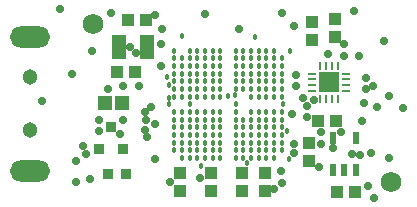
<source format=gbr>
%TF.GenerationSoftware,Altium Limited,Altium Designer,20.2.5 (213)*%
G04 Layer_Color=16711935*
%FSLAX26Y26*%
%MOIN*%
%TF.SameCoordinates,0FE6C2C3-B7F4-45EC-A48D-0F423D7CACB9*%
%TF.FilePolarity,Negative*%
%TF.FileFunction,Soldermask,Bot*%
%TF.Part,Single*%
G01*
G75*
%TA.AperFunction,SMDPad,CuDef*%
%ADD29R,0.009811X0.029716*%
%ADD30R,0.029716X0.009811*%
%ADD31R,0.070866X0.070866*%
%ADD32R,0.019685X0.039590*%
%TA.AperFunction,ConnectorPad*%
%ADD34R,0.034000X0.038000*%
%ADD36R,0.032000X0.035000*%
%TA.AperFunction,SMDPad,CuDef*%
%ADD41R,0.039500X0.039500*%
%ADD42R,0.039500X0.039500*%
%ADD43R,0.051000X0.083000*%
%ADD44R,0.047370X0.046189*%
%TA.AperFunction,ViaPad*%
%ADD45C,0.068000*%
%TA.AperFunction,ComponentPad*%
%ADD46C,0.051307*%
%ADD47O,0.133984X0.070992*%
%TA.AperFunction,ViaPad*%
%ADD48C,0.018000*%
%ADD49C,0.028000*%
D29*
X2556724Y1875276D02*
D03*
X2537038D02*
D03*
X2517354D02*
D03*
X2497668D02*
D03*
Y1987668D02*
D03*
X2517354D02*
D03*
X2537038D02*
D03*
X2556724D02*
D03*
D30*
X2471000Y1901944D02*
D03*
Y1921630D02*
D03*
Y1941314D02*
D03*
Y1961000D02*
D03*
X2583392D02*
D03*
Y1941314D02*
D03*
Y1921630D02*
D03*
Y1901944D02*
D03*
D31*
X2527196Y1931472D02*
D03*
D32*
X2615000Y1747520D02*
D03*
X2540198D02*
D03*
Y1641000D02*
D03*
X2577600D02*
D03*
X2615000D02*
D03*
D34*
X1788500Y1625000D02*
D03*
X1851500D02*
D03*
D36*
X1800000Y1784206D02*
D03*
X1759646Y1709796D02*
D03*
X1840354D02*
D03*
D41*
X2311966Y1630000D02*
D03*
Y1570000D02*
D03*
X2235194Y1630000D02*
D03*
Y1570000D02*
D03*
X2132830Y1630000D02*
D03*
Y1570000D02*
D03*
X2030468Y1630000D02*
D03*
Y1570000D02*
D03*
X2471000Y2073000D02*
D03*
Y2133000D02*
D03*
X2547000Y2082000D02*
D03*
Y2142000D02*
D03*
X2459000Y1731000D02*
D03*
Y1671000D02*
D03*
D42*
X2553000Y1566000D02*
D03*
X2613000D02*
D03*
X2488456Y1804292D02*
D03*
X2548456D02*
D03*
X1820000Y1966000D02*
D03*
X1880000D02*
D03*
X1916000Y2139000D02*
D03*
X1856000D02*
D03*
D43*
X1921000Y2048000D02*
D03*
X1825000D02*
D03*
D44*
X1779064Y1863000D02*
D03*
X1836938D02*
D03*
D45*
X2733000Y1600000D02*
D03*
X1741000Y2127000D02*
D03*
D46*
X1530000Y1948582D02*
D03*
Y1771418D02*
D03*
D47*
Y2084410D02*
D03*
Y1635590D02*
D03*
D48*
X2061759Y1884237D02*
D03*
Y1859066D02*
D03*
X2213590Y1888317D02*
D03*
X2215305Y1859066D02*
D03*
X2164121Y1884237D02*
D03*
X2189074Y1886381D02*
D03*
X2292077Y1756283D02*
D03*
X2240895D02*
D03*
X2266485D02*
D03*
X2215305D02*
D03*
X2317667D02*
D03*
X2164121Y1833055D02*
D03*
X2215305Y1909829D02*
D03*
X2317667Y1781875D02*
D03*
X2343257D02*
D03*
X2368847D02*
D03*
X2343257Y1756283D02*
D03*
X2164448Y1935745D02*
D03*
X2163039Y1908747D02*
D03*
X2215305Y1935419D02*
D03*
X2138531Y1884237D02*
D03*
Y1935419D02*
D03*
Y1909829D02*
D03*
X2164121Y1730693D02*
D03*
Y1705103D02*
D03*
X2061759Y1833055D02*
D03*
X2087351D02*
D03*
X2368847Y1884237D02*
D03*
X2373911Y1859066D02*
D03*
X2385775Y1769079D02*
D03*
X2266531Y1679557D02*
D03*
X2254332Y1663349D02*
D03*
X1994726Y1858549D02*
D03*
Y1878636D02*
D03*
X2112941Y1961009D02*
D03*
X2010579Y1833055D02*
D03*
X2100147Y1654071D02*
D03*
X2215305Y1807465D02*
D03*
X2010579Y1730693D02*
D03*
X2393657Y1676895D02*
D03*
X2036169Y2085957D02*
D03*
X1994726Y1921532D02*
D03*
X1985391Y1948838D02*
D03*
X2010579Y1935419D02*
D03*
X2240895Y1909829D02*
D03*
X2112941Y1807465D02*
D03*
X2279281Y2084410D02*
D03*
X2292077Y2037781D02*
D03*
X2395885D02*
D03*
X2215305Y1833055D02*
D03*
X2164121Y1807465D02*
D03*
X2138531Y1833055D02*
D03*
Y1807465D02*
D03*
X2240895D02*
D03*
X2164121Y1781875D02*
D03*
X2215305D02*
D03*
X2112941Y1833055D02*
D03*
X2266485D02*
D03*
X2112941Y1884237D02*
D03*
X2266485D02*
D03*
X2138531Y1781875D02*
D03*
X2240895D02*
D03*
X2266485Y1807465D02*
D03*
X2112941Y1909829D02*
D03*
X2266485D02*
D03*
X2240895Y1935419D02*
D03*
X2112941Y1781875D02*
D03*
X2266485D02*
D03*
X2087351Y1884237D02*
D03*
X2164121Y1756283D02*
D03*
X2112941Y1935419D02*
D03*
X2266485D02*
D03*
X2164121Y1961009D02*
D03*
X2215305D02*
D03*
X2292077Y1833055D02*
D03*
Y1884237D02*
D03*
X2087351Y1807465D02*
D03*
Y1909829D02*
D03*
X2138531Y1756283D02*
D03*
Y1961009D02*
D03*
X2240895D02*
D03*
X2292077Y1807465D02*
D03*
Y1909829D02*
D03*
X2087351Y1781875D02*
D03*
Y1935419D02*
D03*
X2112941Y1756283D02*
D03*
X2266485Y1961009D02*
D03*
X2292077Y1781875D02*
D03*
Y1935419D02*
D03*
X2215305Y1730693D02*
D03*
X2317667Y1833055D02*
D03*
Y1884237D02*
D03*
X2164121Y1986601D02*
D03*
X2215305D02*
D03*
X2138531Y1730693D02*
D03*
X2240895D02*
D03*
X2061759Y1807465D02*
D03*
X2317667D02*
D03*
X2061759Y1909829D02*
D03*
X2317667D02*
D03*
X2138531Y1986601D02*
D03*
X2240895D02*
D03*
X2087351Y1756283D02*
D03*
Y1961009D02*
D03*
X2292077D02*
D03*
X2112941Y1730693D02*
D03*
X2266485D02*
D03*
X2061759Y1781875D02*
D03*
Y1935419D02*
D03*
X2317667D02*
D03*
X2112941Y1986601D02*
D03*
X2266485D02*
D03*
X2215305Y1705103D02*
D03*
X2036169Y1833055D02*
D03*
X2343257D02*
D03*
X2036169Y1884237D02*
D03*
X2343257D02*
D03*
X2164121Y2012191D02*
D03*
X2215305D02*
D03*
X2138531Y1705103D02*
D03*
X2240895D02*
D03*
X2087351Y1730693D02*
D03*
X2036169Y1807465D02*
D03*
X2343257D02*
D03*
X2292077Y1730693D02*
D03*
X2036169Y1909829D02*
D03*
X2343257D02*
D03*
X2061759Y1756283D02*
D03*
Y1961009D02*
D03*
X2317667D02*
D03*
X2087351Y1986601D02*
D03*
X2138531Y2012191D02*
D03*
X2240895D02*
D03*
X2292077Y1986601D02*
D03*
X2112941Y1705103D02*
D03*
X2266485D02*
D03*
X2036169Y1781875D02*
D03*
Y1935419D02*
D03*
X2343257D02*
D03*
X2112941Y2012191D02*
D03*
X2266485D02*
D03*
X2061759Y1730693D02*
D03*
X2317667D02*
D03*
X2061759Y1986601D02*
D03*
X2317667D02*
D03*
X2087351Y1705103D02*
D03*
X2368847Y1833055D02*
D03*
X2010579Y1884237D02*
D03*
X2292077Y1705103D02*
D03*
X2036169Y1756283D02*
D03*
Y1961009D02*
D03*
X2343257D02*
D03*
X2087351Y2012191D02*
D03*
X2164121Y1679511D02*
D03*
X2215305D02*
D03*
X2164121Y2037781D02*
D03*
X2215305D02*
D03*
X2292077Y2012191D02*
D03*
X2010579Y1807465D02*
D03*
X2368847D02*
D03*
X2010579Y1909829D02*
D03*
X2368847D02*
D03*
X2138531Y1679511D02*
D03*
X2240895D02*
D03*
X2138531Y2037781D02*
D03*
X2240895D02*
D03*
X2010579Y1781875D02*
D03*
X2368847Y1935419D02*
D03*
X2112941Y1679511D02*
D03*
Y2037781D02*
D03*
X2266485D02*
D03*
X2061759Y1705103D02*
D03*
X2317667D02*
D03*
X2036169Y1730693D02*
D03*
X2343257D02*
D03*
X2036169Y1986601D02*
D03*
X2343257D02*
D03*
X2061759Y2012191D02*
D03*
X2317667D02*
D03*
X2010579Y1756283D02*
D03*
X2368847D02*
D03*
X2010579Y1961009D02*
D03*
X2368847D02*
D03*
X2087351Y1679511D02*
D03*
Y2037781D02*
D03*
X2292077Y1679511D02*
D03*
X2036169Y1705103D02*
D03*
X2343257D02*
D03*
X2036169Y2012191D02*
D03*
X2343257D02*
D03*
X2368847Y1730693D02*
D03*
X2010579Y1986601D02*
D03*
X2368847D02*
D03*
X2061759Y1679511D02*
D03*
X2317667D02*
D03*
X2061759Y2037781D02*
D03*
X2317667D02*
D03*
X2010579Y1705103D02*
D03*
X2368847D02*
D03*
X2010579Y2012191D02*
D03*
X2368847D02*
D03*
X2036169Y1679511D02*
D03*
X2343257D02*
D03*
Y2037781D02*
D03*
X2010579D02*
D03*
D49*
X2686916Y1849163D02*
D03*
X2644514Y1863944D02*
D03*
X2724945Y1884922D02*
D03*
X2227000Y2111000D02*
D03*
X2454293Y1853050D02*
D03*
X2441292Y1878636D02*
D03*
X2404293Y1825790D02*
D03*
X2648486Y1908525D02*
D03*
X2476762Y1874184D02*
D03*
X2454293Y1815050D02*
D03*
X2500248Y1764825D02*
D03*
Y1725188D02*
D03*
X2675284Y1546700D02*
D03*
X2370610Y1596810D02*
D03*
X2343716Y1575214D02*
D03*
X2368014Y1635590D02*
D03*
X2492378Y1649303D02*
D03*
X2409038Y1725188D02*
D03*
Y1695816D02*
D03*
X1995434Y1600000D02*
D03*
X2416980Y1956060D02*
D03*
X2417710Y1918060D02*
D03*
X2724945Y1679511D02*
D03*
X2628383Y1688161D02*
D03*
X2567783Y1764825D02*
D03*
X2096720Y1612064D02*
D03*
X2648486Y1947575D02*
D03*
X2602708Y1692307D02*
D03*
X2575388Y2019284D02*
D03*
X2523447Y2027644D02*
D03*
X1570496Y1869684D02*
D03*
X1760000Y1768601D02*
D03*
X1840875Y1804789D02*
D03*
X1912135Y1774521D02*
D03*
X1915802Y1805058D02*
D03*
X1947253Y1793616D02*
D03*
X1629209Y2176889D02*
D03*
X1948155Y2156034D02*
D03*
X2368847Y2164478D02*
D03*
X1911644Y1831751D02*
D03*
X2608459Y2170195D02*
D03*
X2112941Y2161177D02*
D03*
X1798575Y2161653D02*
D03*
X2666383Y1695816D02*
D03*
X2710581Y2070070D02*
D03*
X2576178Y2058576D02*
D03*
X2409038Y2118883D02*
D03*
X2627459Y2019673D02*
D03*
X1668732Y1958174D02*
D03*
X1728572Y1608425D02*
D03*
X1948155Y1676895D02*
D03*
X1789579Y1908525D02*
D03*
X1840875Y1919479D02*
D03*
X1932693Y1850753D02*
D03*
X2655787Y1586019D02*
D03*
X1716137Y1692307D02*
D03*
X1736700Y2037787D02*
D03*
X1892750Y1919479D02*
D03*
X1760000Y1807465D02*
D03*
X1706814Y1719707D02*
D03*
X1830745Y1758039D02*
D03*
X1682801Y1598189D02*
D03*
X1969501Y2111000D02*
D03*
X1921000Y1750079D02*
D03*
X1864425Y2049060D02*
D03*
X1882106Y2029254D02*
D03*
X1966253Y2059998D02*
D03*
Y1987580D02*
D03*
X2637915Y1804149D02*
D03*
X2772070Y1845851D02*
D03*
X1682801Y1669161D02*
D03*
X2540198Y1712724D02*
D03*
X2673608Y1920000D02*
D03*
%TF.MD5,2aeccb9a732b76e483917a1ba9a4cd2e*%
M02*

</source>
